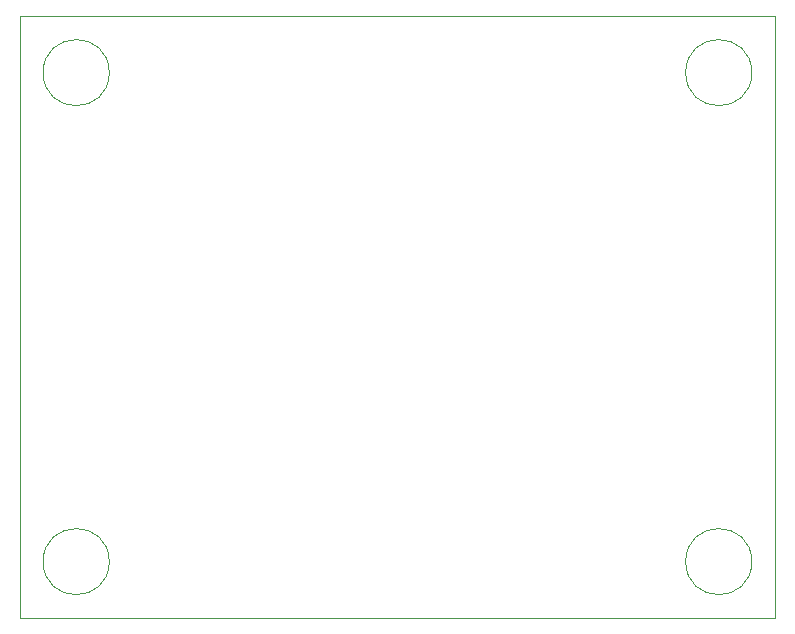
<source format=gbr>
%TF.GenerationSoftware,KiCad,Pcbnew,9.0.0*%
%TF.CreationDate,2025-04-30T11:50:22-03:00*%
%TF.ProjectId,Regulador Lineal,52656775-6c61-4646-9f72-204c696e6561,rev?*%
%TF.SameCoordinates,Original*%
%TF.FileFunction,Profile,NP*%
%FSLAX46Y46*%
G04 Gerber Fmt 4.6, Leading zero omitted, Abs format (unit mm)*
G04 Created by KiCad (PCBNEW 9.0.0) date 2025-04-30 11:50:22*
%MOMM*%
%LPD*%
G01*
G04 APERTURE LIST*
%TA.AperFunction,Profile*%
%ADD10C,0.100000*%
%TD*%
G04 APERTURE END LIST*
D10*
X257080000Y-89180000D02*
G75*
G02*
X251480000Y-89180000I-2800000J0D01*
G01*
X251480000Y-89180000D02*
G75*
G02*
X257080000Y-89180000I2800000J0D01*
G01*
X202680000Y-47780000D02*
G75*
G02*
X197080000Y-47780000I-2800000J0D01*
G01*
X197080000Y-47780000D02*
G75*
G02*
X202680000Y-47780000I2800000J0D01*
G01*
X202680000Y-89180000D02*
G75*
G02*
X197080000Y-89180000I-2800000J0D01*
G01*
X197080000Y-89180000D02*
G75*
G02*
X202680000Y-89180000I2800000J0D01*
G01*
X195080000Y-42980000D02*
X259080000Y-42980000D01*
X259080000Y-93980000D01*
X195080000Y-93980000D01*
X195080000Y-42980000D01*
X257080000Y-47780000D02*
G75*
G02*
X251480000Y-47780000I-2800000J0D01*
G01*
X251480000Y-47780000D02*
G75*
G02*
X257080000Y-47780000I2800000J0D01*
G01*
M02*

</source>
